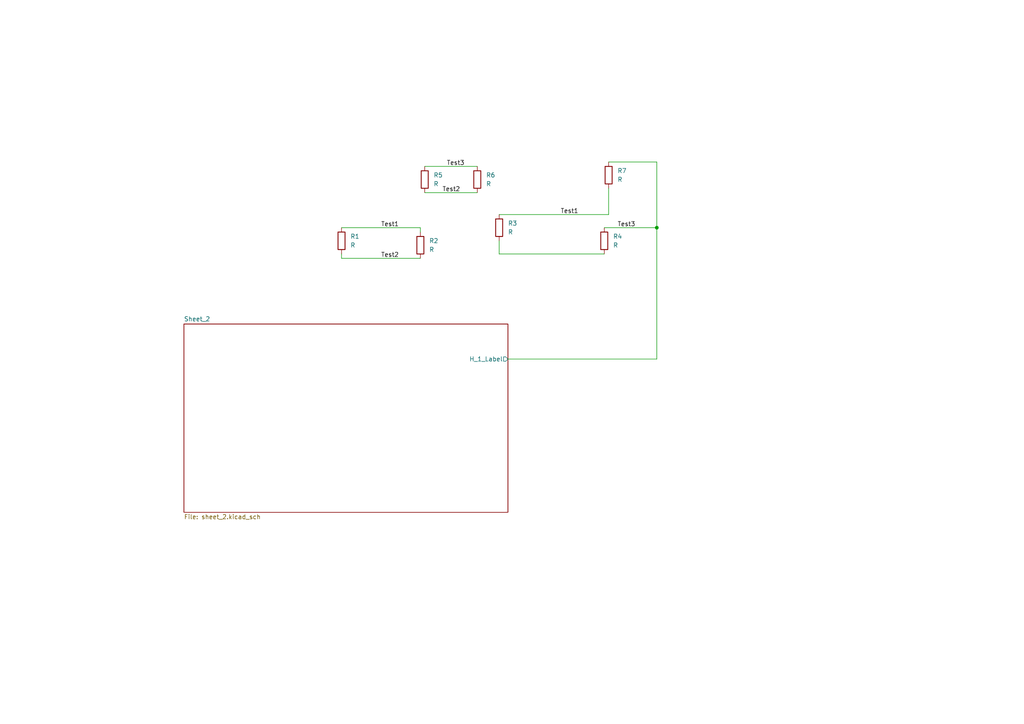
<source format=kicad_sch>
(kicad_sch (version 20250114) (generator "eeschema") (generator_version "9.0")
  (paper "A4")
  (lib_symbols
    (symbol "Device:R" (pin_numbers (hide yes)) (pin_names (offset 0))
      (property "Reference" "R" (at 2.032 0 90))
      (property "Value" "R" (at 0 0 90))
      (symbol "R_0_1"
        (rectangle (start -1.016 -2.54) (end 1.016 2.54) (stroke (width 0.254)))
      )
      (symbol "R_1_1"
        (pin passive line (at 0 3.81 270) (length 1.27) (name "~") (number "1"))
        (pin passive line (at 0 -3.81 90) (length 1.27) (name "~") (number "2"))
      )
    )
  )
  (junction (at 190.5 66.04))
  (wire (pts (xy 121.92 66.04) (xy 121.92 67.31)))
  (wire (pts (xy 144.78 73.66) (xy 144.78 69.85)))
  (wire (pts (xy 190.5 46.99) (xy 190.5 66.04)))
  (wire (pts (xy 99.06 66.04) (xy 121.92 66.04)))
  (wire (pts (xy 123.19 55.88) (xy 138.43 55.88)))
  (wire (pts (xy 144.78 62.23) (xy 176.53 62.23)))
  (wire (pts (xy 176.53 62.23) (xy 176.53 54.61)))
  (wire (pts (xy 123.19 48.26) (xy 138.43 48.26)))
  (wire (pts (xy 99.06 74.93) (xy 99.06 73.66)))
  (wire (pts (xy 190.5 104.14) (xy 190.5 66.04)))
  (wire (pts (xy 176.53 46.99) (xy 190.5 46.99)))
  (wire (pts (xy 147.32 104.14) (xy 190.5 104.14)))
  (wire (pts (xy 190.5 66.04) (xy 175.26 66.04)))
  (wire (pts (xy 144.78 73.66) (xy 175.26 73.66)))
  (wire (pts (xy 121.92 74.93) (xy 99.06 74.93)))
  (label "Test3" (at 129.54 48.26 0))
  (label "Test2" (at 128.27 55.88 0))
  (label "Test1" (at 162.56 62.23 0))
  (label "Test1" (at 110.49 66.04 0))
  (label "Test2" (at 110.49 74.93 0))
  (label "Test3" (at 179.07 66.04 0))
  (symbol (lib_id "Device:R") (at 99.06 69.85 0) (unit 1)
    (property "Reference" "R1" (at 101.6 68.5799 0) (effects (justify left)))
    (property "Value" "R" (at 101.6 71.1199 0) (effects (justify left)))
    (property "Footprint" "Resistor_SMD:R_0201_0603Metric" (effects (hide yes)))
    (property "Description" "Resistor" (effects (hide yes)))
  )
  (symbol (lib_id "Device:R") (at 176.53 50.8 0) (unit 1)
    (property "Reference" "R7" (at 179.07 49.5299 0) (effects (justify left)))
    (property "Value" "R" (at 179.07 52.0699 0) (effects (justify left)))
    (property "Footprint" "Resistor_SMD:R_0201_0603Metric" (effects (hide yes)))
    (property "Description" "Resistor" (effects (hide yes)))
  )
  (symbol (lib_id "Device:R") (at 123.19 52.07 0) (unit 1)
    (property "Reference" "R5" (at 125.73 50.7999 0) (effects (justify left)))
    (property "Value" "R" (at 125.73 53.3399 0) (effects (justify left)))
    (property "Footprint" "Resistor_SMD:R_0201_0603Metric" (effects (hide yes)))
    (property "Description" "Resistor" (effects (hide yes)))
  )
  (symbol (lib_id "Device:R") (at 144.78 66.04 0) (unit 1)
    (property "Reference" "R3" (at 147.32 64.7699 0) (effects (justify left)))
    (property "Value" "R" (at 147.32 67.3099 0) (effects (justify left)))
    (property "Footprint" "Resistor_SMD:R_0201_0603Metric" (effects (hide yes)))
    (property "Description" "Resistor" (effects (hide yes)))
  )
  (symbol (lib_id "Device:R") (at 121.92 71.12 0) (unit 1)
    (property "Reference" "R2" (at 124.46 69.8499 0) (effects (justify left)))
    (property "Value" "R" (at 124.46 72.3899 0) (effects (justify left)))
    (property "Footprint" "Resistor_SMD:R_0201_0603Metric" (effects (hide yes)))
    (property "Description" "Resistor" (effects (hide yes)))
  )
  (symbol (lib_id "Device:R") (at 138.43 52.07 0) (unit 1)
    (property "Reference" "R6" (at 140.97 50.7999 0) (effects (justify left)))
    (property "Value" "R" (at 140.97 53.3399 0) (effects (justify left)))
    (property "Footprint" "Resistor_SMD:R_0201_0603Metric" (effects (hide yes)))
    (property "Description" "Resistor" (effects (hide yes)))
  )
  (symbol (lib_id "Device:R") (at 175.26 69.85 0) (unit 1)
    (property "Reference" "R4" (at 177.8 68.5799 0) (effects (justify left)))
    (property "Value" "R" (at 177.8 71.1199 0) (effects (justify left)))
    (property "Footprint" "Resistor_SMD:R_0201_0603Metric" (effects (hide yes)))
    (property "Description" "Resistor" (effects (hide yes)))
  )
  (sheet (at 53.34 93.98) (size 93.98 54.61) (stroke (width 0.1524))
    (property "Sheetname" "Sheet_2" (at 53.34 93.2684 0) (effects (justify left bottom)))
    (property "Sheetfile" "sheet_2.kicad_sch" (at 53.34 149.1746 0) (effects (justify left top)))
    (pin "H_1_Label" output (at 147.32 104.14 0))
  )
)
</source>
